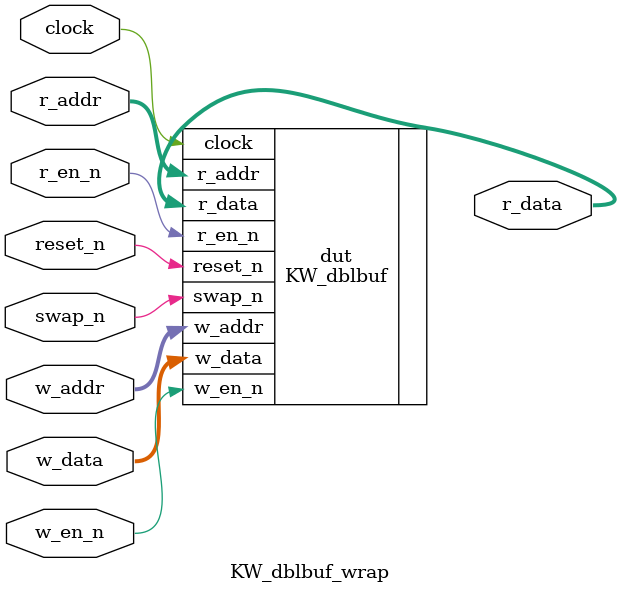
<source format=sv>
`default_nettype none

`define DATA_WIDTH (16)
`define DEPTH      (32)
`define ADDR_WIDTH ($clog2(`DEPTH))

module KW_dblbuf_wrap (
  input logic clock,
  input logic reset_n,

  input logic swap_n,

  input logic w_en_n,
  input logic [`ADDR_WIDTH-1:0] w_addr,
  input logic [`DATA_WIDTH-1:0] w_data,

  input  logic r_en_n,
  input  logic [`ADDR_WIDTH-1:0] r_addr,
  output logic [`DATA_WIDTH-1:0] r_data
);
  KW_dblbuf #(
    .DATA_WIDTH(`DATA_WIDTH),
    .DEPTH(`DEPTH)
  ) dut (
    .clock(clock),
    .reset_n(reset_n),
    .swap_n(swap_n),
    .w_en_n(w_en_n),
    .w_addr(w_addr),
    .w_data(w_data),
    .r_en_n(r_en_n),
    .r_addr(r_addr),
    .r_data(r_data)
  );
endmodule

</source>
